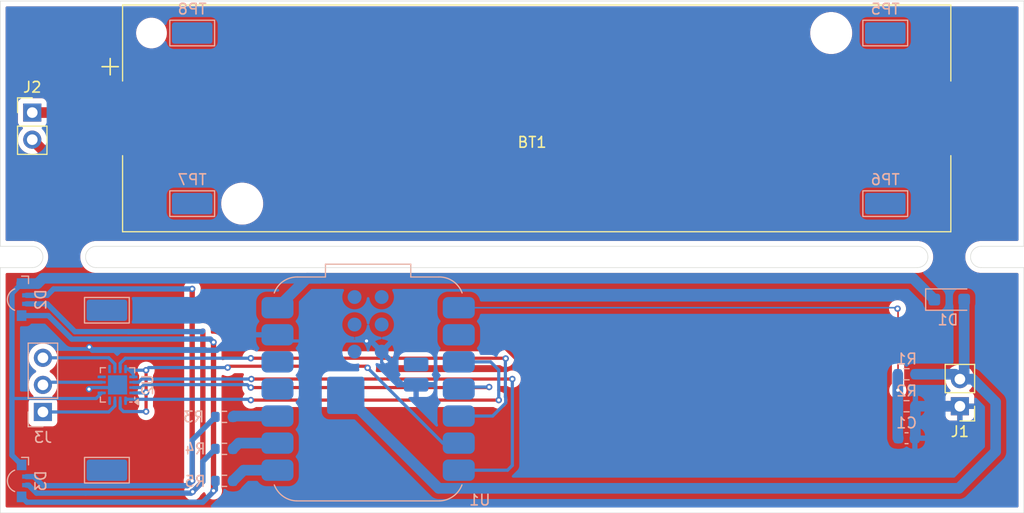
<source format=kicad_pcb>
(kicad_pcb (version 20241229) (generator "pcbnew") (generator_version "9.0")
  (layers (0 "F.Cu" signal) (2 "B.Cu" signal) (13 "F.Paste" user) (15 "B.Paste" user) (5 "F.SilkS" user "F.Silkscreen") (7 "B.SilkS" user "B.Silkscreen") (1 "F.Mask" user) (3 "B.Mask" user) (25 "Edge.Cuts" user))
  (net 0 "")
  (net 1 "/GND")
  (net 3 "/V_bat")
  (net 4 "/V_bat_meas")
  (net 5 "Net-(D2-RK)")
  (net 6 "Net-(U1-GPIO20_D9_MISO)")
  (net 7 "Net-(U1-GPIO19_D8_SCK)")
  (net 8 "Net-(D2-GK)")
  (net 9 "Net-(U1-GPIO17_D7_RX)")
  (net 10 "Net-(D2-BK)")
  (net 12 "Net-(U1-GPIO22_D4_SDA)")
  (net 13 "Net-(U1-GPIO16_D6_TX)")
  (net 14 "Net-(U1-GPIO23_D5_SCL)")
  (net 16 "Net-(U1-GPIO21_D3)")
  (net 18 "Net-(U1-GPIO2_A2_D2)")
  (net 21 "Net-(J3-Pin_3)")
  (net 22 "Net-(J3-Pin_2)")
  (net 24 "Net-(J3-Pin_1)")
  (net 26 "Net-(BT1--)")
  (net 27 "Net-(BT1-+)")
  (net 31 "Net-(D1-K)")
  (footprint "Battery:BatteryHolder_Keystone_1042_1x18650" (layer "F.Cu") (at 110.31 81)
    (property "Reference" "BT1" (at -0.435 2.25 0) (layer "F.SilkS"))
    (property "Value" "Battery_Cell" (hide yes))
    (fp_line (start -38.84 -10.635) (end -38.84 -3.5) (stroke (width 0.12)) (layer "F.SilkS"))
    (fp_line (start -38.84 -10.635) (end 38.84 -10.635) (stroke (width 0.12)) (layer "F.SilkS"))
    (fp_line (start -38.84 3.5) (end -38.84 10.635) (stroke (width 0.12)) (layer "F.SilkS"))
    (fp_line (start -38.84 10.635) (end 38.84 10.635) (stroke (width 0.12)) (layer "F.SilkS"))
    (fp_line (start 38.84 -10.635) (end 38.84 -3.5) (stroke (width 0.12)) (layer "F.SilkS"))
    (fp_line (start 38.84 3.5) (end 38.84 10.635) (stroke (width 0.12)) (layer "F.SilkS"))
    (fp_text user "+" (at -40 -5 0) (layer "F.SilkS") (effects (font (size 2 2))))
    (pad "" np_thru_hole circle (at -36.13 -8) (size 2.39 2.39) (drill 2.39) (layers "*.Cu" "*.Mask"))
    (pad "" np_thru_hole circle (at -27.62 8) (size 3.45 3.45) (drill 3.45) (layers "*.Cu" "*.Mask"))
    (pad "" np_thru_hole circle (at 27.62 -8) (size 3.45 3.45) (drill 3.45) (layers "*.Cu" "*.Mask"))
    (pad "1" smd roundrect (at -39.69 0) (size 7.5 6.5) (layers "F.Cu" "F.Mask" "F.Paste") (roundrect_rratio 0.038462) (net 27 "Net-(BT1-+)"))
    (pad "2" smd roundrect (at 39.69 0) (size 7.5 6.5) (layers "F.Cu" "F.Mask" "F.Paste") (roundrect_rratio 0.038462) (net 26 "Net-(BT1--)"))
  )
  (footprint "Connector_PinHeader_2.54mm:PinHeader_1x02_P2.54mm_Vertical" (layer "F.Cu") (at 63 80.46)
    (property "Reference" "J2" (at 0 -2.38 0) (layer "F.SilkS"))
    (property "Value" "Conn_01x02_Pin" (hide yes))
    (fp_line (start -1.38 -1.38) (end 0 -1.38) (stroke (width 0.12)) (layer "F.SilkS"))
    (fp_line (start -1.38 0) (end -1.38 -1.38) (stroke (width 0.12)) (layer "F.SilkS"))
    (fp_line (start -1.38 1.27) (end -1.38 3.92) (stroke (width 0.12)) (layer "F.SilkS"))
    (fp_line (start -1.38 1.27) (end 1.38 1.27) (stroke (width 0.12)) (layer "F.SilkS"))
    (fp_line (start -1.38 3.92) (end 1.38 3.92) (stroke (width 0.12)) (layer "F.SilkS"))
    (fp_line (start 1.38 1.27) (end 1.38 3.92) (stroke (width 0.12)) (layer "F.SilkS"))
    (pad "1" thru_hole rect (at 0 0) (size 1.7 1.7) (drill 1) (layers "*.Cu" "*.Mask") (net 27 "Net-(BT1-+)"))
    (pad "2" thru_hole circle (at 0 2.54) (size 1.7 1.7) (drill 1) (layers "*.Cu" "*.Mask") (net 26 "Net-(BT1--)"))
  )
  (footprint "Connector_PinHeader_2.54mm:PinHeader_1x02_P2.54mm_Vertical" (layer "F.Cu") (at 150 108 180)
    (property "Reference" "J1" (at 0 -2.38 0) (layer "F.SilkS"))
    (property "Value" "Conn_01x02_Pin" (hide yes))
    (fp_line (start 1.38 1.27) (end 1.38 3.92) (stroke (width 0.12)) (layer "F.SilkS"))
    (fp_line (start -1.38 3.92) (end 1.38 3.92) (stroke (width 0.12)) (layer "F.SilkS"))
    (fp_line (start -1.38 1.27) (end 1.38 1.27) (stroke (width 0.12)) (layer "F.SilkS"))
    (fp_line (start -1.38 1.27) (end -1.38 3.92) (stroke (width 0.12)) (layer "F.SilkS"))
    (fp_line (start -1.38 0) (end -1.38 -1.38) (stroke (width 0.12)) (layer "F.SilkS"))
    (fp_line (start -1.38 -1.38) (end 0 -1.38) (stroke (width 0.12)) (layer "F.SilkS"))
    (pad "1" thru_hole rect (at 0 0 180) (size 1.7 1.7) (drill 1) (layers "*.Cu" "*.Mask") (net 1 "/GND"))
    (pad "2" thru_hole circle (at 0 2.54 180) (size 1.7 1.7) (drill 1) (layers "*.Cu" "*.Mask") (net 3 "/V_bat"))
  )
  (footprint "TestPoint:TestPoint_Keystone_5019_Miniature" (layer "B.Cu") (at 70 99 180)
    (property "Reference" "TP4" (hide yes))
    (property "Value" "TestPoint" (hide yes))
    (fp_rect (start -2.1 1.2) (end 2.1 -1.2) (stroke (width 0.12)) (fill no) (layer "B.SilkS"))
    (pad "1" smd roundrect (at 0 0 180) (size 3.8 2) (layers "B.Cu" "B.Mask" "B.Paste") (roundrect_rratio 0.125))
  )
  (footprint "Diode_SMD:D_SOD-123F" (layer "B.Cu") (at 149 98)
    (property "Reference" "D1" (at -0.127 1.905 0) (layer "B.SilkS") (effects (justify mirror)))
    (property "Value" "D")
    (fp_line (start -2.21 -1) (end 1.65 -1) (stroke (width 0.12)) (layer "B.SilkS"))
    (fp_line (start -2.21 1) (end -2.21 -1) (stroke (width 0.12)) (layer "B.SilkS"))
    (fp_line (start -2.21 1) (end 1.65 1) (stroke (width 0.12)) (layer "B.SilkS"))
    (pad "1" smd roundrect (at -1.4 0) (size 1.1 1.1) (layers "B.Cu" "B.Mask" "B.Paste") (roundrect_rratio 0.2272727273) (net 31 "Net-(D1-K)"))
    (pad "2" smd roundrect (at 1.4 0) (size 1.1 1.1) (layers "B.Cu" "B.Mask" "B.Paste") (roundrect_rratio 0.2272727273) (net 3 "/V_bat"))
  )
  (footprint "Resistor_SMD:R_0603_1608Metric" (layer "B.Cu") (at 145 108 180)
    (property "Reference" "R2" (at 0 1.43 0) (layer "B.SilkS") (effects (justify mirror)))
    (property "Value" "47k")
    (fp_line (start -0.237258 0.5225) (end 0.237258 0.5225) (stroke (width 0.12)) (layer "B.SilkS"))
    (fp_line (start -0.237258 -0.5225) (end 0.237258 -0.5225) (stroke (width 0.12)) (layer "B.SilkS"))
    (pad "1" smd roundrect (at -0.825 0 180) (size 0.8 0.95) (layers "B.Cu" "B.Mask" "B.Paste") (net 1 "/GND"))
    (pad "2" smd roundrect (at 0.825 0 180) (size 0.8 0.95) (layers "B.Cu" "B.Mask" "B.Paste") (net 4 "/V_bat_meas"))
  )
  (footprint "TestPoint:TestPoint_Keystone_5019_Miniature" (layer "B.Cu") (at 143 89 180)
    (property "Reference" "TP6" (at 0 2.25 0) (layer "B.SilkS") (effects (justify mirror)))
    (property "Value" "TestPoint" (hide yes))
    (fp_rect (start -2.1 1.2) (end 2.1 -1.2) (stroke (width 0.12)) (fill no) (layer "B.SilkS"))
    (pad "1" smd roundrect (at 0 0 180) (size 3.8 2) (layers "B.Cu" "B.Mask" "B.Paste") (roundrect_rratio 0.125))
  )
  (footprint "Capacitor_SMD:C_0603_1608Metric" (layer "B.Cu") (at 145 111 180)
    (property "Reference" "C1" (at 0 1.43 0) (layer "B.SilkS") (effects (justify mirror)))
    (property "Value" "1u")
    (fp_line (start -0.14058 0.51) (end 0.14058 0.51) (stroke (width 0.12)) (layer "B.SilkS"))
    (fp_line (start -0.14058 -0.51) (end 0.14058 -0.51) (stroke (width 0.12)) (layer "B.SilkS"))
    (pad "1" smd roundrect (at -0.775 0 180) (size 0.9 0.95) (layers "B.Cu" "B.Mask" "B.Paste") (net 1 "/GND"))
    (pad "2" smd roundrect (at 0.775 0 180) (size 0.9 0.95) (layers "B.Cu" "B.Mask" "B.Paste") (net 4 "/V_bat_meas"))
  )
  (footprint "Connector_PinHeader_2.54mm:PinHeader_1x03_P2.54mm_Vertical" (layer "B.Cu") (at 64 108.54)
    (property "Reference" "J3" (at 0 2.38 0) (layer "B.SilkS") (effects (justify mirror)))
    (property "Value" "Conn_01x03_Pin" (hide yes))
    (fp_line (start -1.38 -6.46) (end 1.38 -6.46) (stroke (width 0.12)) (layer "B.SilkS"))
    (fp_line (start -1.38 -1.27) (end -1.38 -6.46) (stroke (width 0.12)) (layer "B.SilkS"))
    (fp_line (start -1.38 -1.27) (end 1.38 -1.27) (stroke (width 0.12)) (layer "B.SilkS"))
    (fp_line (start -1.38 0) (end -1.38 1.38) (stroke (width 0.12)) (layer "B.SilkS"))
    (fp_line (start -1.38 1.38) (end 0 1.38) (stroke (width 0.12)) (layer "B.SilkS"))
    (fp_line (start 1.38 -1.27) (end 1.38 -6.46) (stroke (width 0.12)) (layer "B.SilkS"))
    (pad "1" thru_hole rect (at 0 0) (size 1.7 1.7) (drill 1) (layers "*.Cu" "*.Mask") (net 24 "Net-(J3-Pin_1)"))
    (pad "2" thru_hole circle (at 0 -2.54) (size 1.7 1.7) (drill 1) (layers "*.Cu" "*.Mask") (net 22 "Net-(J3-Pin_2)"))
    (pad "3" thru_hole circle (at 0 -5.08) (size 1.7 1.7) (drill 1) (layers "*.Cu" "*.Mask") (net 21 "Net-(J3-Pin_3)"))
  )
  (footprint "TestPoint:TestPoint_Keystone_5019_Miniature" (layer "B.Cu") (at 143 73 180)
    (property "Reference" "TP5" (at 0 2.25 0) (layer "B.SilkS") (effects (justify mirror)))
    (property "Value" "TestPoint" (hide yes))
    (fp_rect (start -2.1 1.2) (end 2.1 -1.2) (stroke (width 0.12)) (fill no) (layer "B.SilkS"))
    (pad "1" smd roundrect (at 0 0 180) (size 3.8 2) (layers "B.Cu" "B.Mask" "B.Paste") (roundrect_rratio 0.125))
  )
  (footprint "Resistor_SMD:R_0603_1608Metric" (layer "B.Cu") (at 81 115 180)
    (property "Reference" "R5" (at 2.725 -0.05 0) (layer "B.SilkS") (effects (justify mirror)))
    (property "Value" "100")
    (fp_line (start -0.237258 0.5225) (end 0.237258 0.5225) (stroke (width 0.12)) (layer "B.SilkS"))
    (fp_line (start -0.237258 -0.5225) (end 0.237258 -0.5225) (stroke (width 0.12)) (layer "B.SilkS"))
    (pad "1" smd roundrect (at -0.825 0 180) (size 0.8 0.95) (layers "B.Cu" "B.Mask" "B.Paste") (net 9 "Net-(U1-GPIO17_D7_RX)"))
    (pad "2" smd roundrect (at 0.825 0 180) (size 0.8 0.95) (layers "B.Cu" "B.Mask" "B.Paste") (net 10 "Net-(D2-BK)"))
  )
  (footprint "Resistor_SMD:R_0603_1608Metric" (layer "B.Cu") (at 81 109 180)
    (property "Reference" "R3" (at 2.85 0 0) (layer "B.SilkS") (effects (justify mirror)))
    (property "Value" "100")
    (fp_line (start -0.237258 0.5225) (end 0.237258 0.5225) (stroke (width 0.12)) (layer "B.SilkS"))
    (fp_line (start -0.237258 -0.5225) (end 0.237258 -0.5225) (stroke (width 0.12)) (layer "B.SilkS"))
    (pad "1" smd roundrect (at -0.825 0 180) (size 0.8 0.95) (layers "B.Cu" "B.Mask" "B.Paste") (net 6 "Net-(U1-GPIO20_D9_MISO)"))
    (pad "2" smd roundrect (at 0.825 0 180) (size 0.8 0.95) (layers "B.Cu" "B.Mask" "B.Paste") (net 5 "Net-(D2-RK)"))
  )
  (footprint "Resistor_SMD:R_0603_1608Metric" (layer "B.Cu") (at 81 112 180)
    (property "Reference" "R4" (at 2.725 0 0) (layer "B.SilkS") (effects (justify mirror)))
    (property "Value" "100")
    (fp_line (start -0.237258 0.5225) (end 0.237258 0.5225) (stroke (width 0.12)) (layer "B.SilkS"))
    (fp_line (start -0.237258 -0.5225) (end 0.237258 -0.5225) (stroke (width 0.12)) (layer "B.SilkS"))
    (pad "1" smd roundrect (at -0.825 0 180) (size 0.8 0.95) (layers "B.Cu" "B.Mask" "B.Paste") (net 7 "Net-(U1-GPIO19_D8_SCK)"))
    (pad "2" smd roundrect (at 0.825 0 180) (size 0.8 0.95) (layers "B.Cu" "B.Mask" "B.Paste") (net 8 "Net-(D2-GK)"))
  )
  (footprint "TestPoint:TestPoint_Keystone_5019_Miniature" (layer "B.Cu") (at 78 89 180)
    (property "Reference" "TP7" (at 0 2.25 0) (layer "B.SilkS") (effects (justify mirror)))
    (property "Value" "TestPoint" (hide yes))
    (fp_rect (start -2.1 1.2) (end 2.1 -1.2) (stroke (width 0.12)) (fill no) (layer "B.SilkS"))
    (pad "1" smd roundrect (at 0 0 180) (size 3.8 2) (layers "B.Cu" "B.Mask" "B.Paste") (roundrect_rratio 0.125))
  )
  (footprint "TestPoint:TestPoint_Keystone_5019_Miniature" (layer "B.Cu") (at 78 73 180)
    (property "Reference" "TP8" (at 0 2.25 0) (layer "B.SilkS") (effects (justify mirror)))
    (property "Value" "TestPoint" (hide yes))
    (fp_rect (start -2.1 1.2) (end 2.1 -1.2) (stroke (width 0.12)) (fill no) (layer "B.SilkS"))
    (pad "1" smd roundrect (at 0 0 180) (size 3.8 2) (layers "B.Cu" "B.Mask" "B.Paste") (roundrect_rratio 0.125))
  )
  (footprint "LED_SMD:LED_Kingbright_APFA3010_3x1.5mm_Horizontal" (layer "B.Cu") (at 62 98 -90)
    (property "Reference" "D2" (at 0 -1.8 90) (layer "B.SilkS") (effects (justify mirror)))
    (property "Value" "LED_ABGR" (hide yes))
    (fp_line (start -2.2 0) (end -2.2 -0.65) (stroke (width 0.12)) (layer "B.SilkS"))
    (fp_line (start -2.2 -0.65) (end -1.5 -0.65) (stroke (width 0.12)) (layer "B.SilkS"))
    (fp_arc (start 1 0.65) (mid 0 1.327033) (end -1 0.65) (stroke (width 0.12)) (layer "B.SilkS"))
    (pad "1" smd rect (at -1.5 0 270) (size 1 0.9) (layers "B.Cu" "B.Mask" "B.Paste") (net 31 "Net-(D1-K)"))
    (pad "2" smd rect (at 1.5 0 270) (size 1 0.9) (layers "B.Cu" "B.Mask" "B.Paste") (net 10 "Net-(D2-BK)"))
    (pad "3" smd rect (at 0.4 -0.45 270) (size 0.4 0.8) (layers "B.Cu" "B.Mask" "B.Paste") (net 8 "Net-(D2-GK)"))
    (pad "4" smd rect (at -0.4 -0.45 270) (size 0.4 0.8) (layers "B.Cu" "B.Mask" "B.Paste") (net 5 "Net-(D2-RK)"))
  )
  (footprint "RF_Module:MCU_Seeed_ESP32C3" (layer "B.Cu") (at 94.5 106.38 180)
    (property "Reference" "U1" (at -10.475 -10.42 0) (layer "B.SilkS") (effects (justify mirror)))
    (property "Value" "XIAO-ESP32-S3-SMD" (hide yes))
    (fp_line (start 6.6 10.5) (end 4 10.5) (stroke (width 0.12)) (layer "B.SilkS"))
    (fp_line (start 4 11.7) (end 4 10.5) (stroke (width 0.12)) (layer "B.SilkS"))
    (fp_line (start -4 11.7) (end 4 11.7) (stroke (width 0.12)) (layer "B.SilkS"))
    (fp_line (start -4 10.5) (end -4 11.7) (stroke (width 0.12)) (layer "B.SilkS"))
    (fp_line (start -4 10.5) (end -6.6 10.5) (stroke (width 0.12)) (layer "B.SilkS"))
    (fp_line (start -6.7 -10.5) (end 6.7 -10.5) (stroke (width 0.12)) (layer "B.SilkS"))
    (fp_arc (start 8.804034 9.001464) (mid 7.944325 10.107118) (end 6.6 10.499999) (stroke (width 0.12)) (layer "B.SilkS"))
    (fp_arc (start 6.7 -10.5) (mid 7.977231 -10.068123) (end 8.8 -9) (stroke (width 0.12)) (layer "B.SilkS"))
    (fp_arc (start -6.600468 10.499999) (mid -7.949609 10.111769) (end -8.812892 9.00468) (stroke (width 0.12)) (layer "B.SilkS"))
    (fp_arc (start -8.8 -9) (mid -7.977232 -10.068125) (end -6.7 -10.5) (stroke (width 0.12)) (layer "B.SilkS"))
    (pad "1" smd roundrect (at -8.5 7.62 180) (size 3 2) (layers "B.Cu" "B.Mask" "B.Paste") (net 4 "/V_bat_meas"))
    (pad "2" smd roundrect (at -8.5 5.08 180) (size 3 2) (layers "B.Cu" "B.Mask" "B.Paste"))
    (pad "3" smd roundrect (at -8.5 2.54 180) (size 3 2) (layers "B.Cu" "B.Mask" "B.Paste") (net 18 "Net-(U1-GPIO2_A2_D2)"))
    (pad "4" smd roundrect (at -8.5 0 180) (size 3 2) (layers "B.Cu" "B.Mask" "B.Paste") (net 16 "Net-(U1-GPIO21_D3)"))
    (pad "5" smd roundrect (at -8.5 -2.54 180) (size 3 2) (layers "B.Cu" "B.Mask" "B.Paste") (net 12 "Net-(U1-GPIO22_D4_SDA)"))
    (pad "6" smd roundrect (at -8.5 -5.08 180) (size 3 2) (layers "B.Cu" "B.Mask" "B.Paste") (net 14 "Net-(U1-GPIO23_D5_SCL)"))
    (pad "7" smd roundrect (at -8.5 -7.62 180) (size 3 2) (layers "B.Cu" "B.Mask" "B.Paste") (net 13 "Net-(U1-GPIO16_D6_TX)"))
    (pad "8" smd roundrect (at 8.5 -7.62 180) (size 3 2) (layers "B.Cu" "B.Mask" "B.Paste") (net 9 "Net-(U1-GPIO17_D7_RX)"))
    (pad "9" smd roundrect (at 8.5 -5.08 180) (size 3 2) (layers "B.Cu" "B.Mask" "B.Paste") (net 7 "Net-(U1-GPIO19_D8_SCK)"))
    (pad "10" smd roundrect (at 8.5 -2.54 180) (size 3 2) (layers "B.Cu" "B.Mask" "B.Paste") (net 6 "Net-(U1-GPIO20_D9_MISO)"))
    (pad "11" smd roundrect (at 8.5 0 180) (size 3 2) (layers "B.Cu" "B.Mask" "B.Paste"))
    (pad "12" smd roundrect (at 8.5 2.54 180) (size 3 2) (layers "B.Cu" "B.Mask" "B.Paste"))
    (pad "13" smd roundrect (at 8.5 5.08 180) (size 3 2) (layers "B.Cu" "B.Mask" "B.Paste") (net 1 "/GND"))
    (pad "14" smd roundrect (at 8.5 7.62 180) (size 3 2) (layers "B.Cu" "B.Mask" "B.Paste") (net 31 "Net-(D1-K)"))
    (pad "15" smd roundrect (at 2.1 -0.6 180) (size 3.5 3.5) (property pad_prop_heatsink) (layers "B.Cu" "B.Mask") (roundrect_rratio 0.07142857143) (net 3 "/V_bat"))
    (pad "16" smd roundrect (at -4.5 0.4 180) (size 2.3 1.3) (layers "B.Cu" "B.Mask" "B.Paste") (roundrect_rratio 0.1923076923) (net 1 "/GND"))
    (pad "17" smd roundrect (at -4.5 2.3 180) (size 2.3 1.3) (layers "B.Cu" "B.Mask" "B.Paste") (roundrect_rratio 0.1923076923))
    (pad "18" smd circle (at -1.27 8.62 180) (size 1.3 1.3) (layers "B.Cu" "B.Mask" "B.Paste"))
    (pad "19" smd circle (at -1.27 6.04 180) (size 1.3 1.3) (layers "B.Cu" "B.Mask" "B.Paste"))
    (pad "20" smd circle (at -1.27 3.5 180) (size 1.3 1.3) (layers "B.Cu" "B.Mask" "B.Paste") (net 1 "/GND"))
    (pad "21" smd circle (at 1.27 3.5 180) (size 1.3 1.3) (layers "B.Cu" "B.Mask" "B.Paste"))
    (pad "22" smd circle (at 1.27 6.04 180) (size 1.3 1.3) (layers "B.Cu" "B.Mask" "B.Paste"))
    (pad "23" smd circle (at 1.27 8.62 180) (size 1.3 1.3) (layers "B.Cu" "B.Mask" "B.Paste"))
  )
  (footprint "TestPoint:TestPoint_Keystone_5019_Miniature" (layer "B.Cu") (at 70 114 180)
    (property "Reference" "TP3" (hide yes))
    (property "Value" "TestPoint" (hide yes))
    (fp_rect (start -2.1 1.2) (end 2.1 -1.2) (stroke (width 0.12)) (fill no) (layer "B.SilkS"))
    (pad "1" smd roundrect (at 0 0 180) (size 3.8 2) (layers "B.Cu" "B.Mask" "B.Paste") (roundrect_rratio 0.125))
  )
  (footprint "Resistor_SMD:R_0603_1608Metric" (layer "B.Cu") (at 145 105 180)
    (property "Reference" "R1" (at 0 1.43 0) (layer "B.SilkS") (effects (justify mirror)))
    (property "Value" "220k")
    (fp_line (start -0.237258 0.5225) (end 0.237258 0.5225) (stroke (width 0.12)) (layer "B.SilkS"))
    (fp_line (start -0.237258 -0.5225) (end 0.237258 -0.5225) (stroke (width 0.12)) (layer "B.SilkS"))
    (pad "1" smd roundrect (at -0.825 0 180) (size 0.8 0.95) (layers "B.Cu" "B.Mask" "B.Paste") (net 3 "/V_bat"))
    (pad "2" smd roundrect (at 0.825 0 180) (size 0.8 0.95) (layers "B.Cu" "B.Mask" "B.Paste") (net 4 "/V_bat_meas"))
  )
  (footprint "Package_DFN_QFN:VQFN-16-1EP_3x3mm_P0.5mm_EP1.8x1.8mm" (layer "B.Cu") (at 71 106 90)
    (property "Reference" "U2" (at 0 2.83 90) (layer "B.SilkS") (effects (justify mirror)))
    (property "Value" "STSPIN233" (hide yes))
    (fp_line (start 1.61 -1.61) (end 1.61 -1.135) (stroke (width 0.12)) (layer "B.SilkS"))
    (fp_line (start 1.135 -1.61) (end 1.61 -1.61) (stroke (width 0.12)) (layer "B.SilkS"))
    (fp_line (start -1.135 -1.61) (end -1.61 -1.61) (stroke (width 0.12)) (layer "B.SilkS"))
    (fp_line (start -1.61 -1.61) (end -1.61 -1.135) (stroke (width 0.12)) (layer "B.SilkS"))
    (fp_line (start -1.61 1.135) (end -1.61 1.37) (stroke (width 0.12)) (layer "B.SilkS"))
    (fp_line (start 1.61 1.61) (end 1.61 1.135) (stroke (width 0.12)) (layer "B.SilkS"))
    (fp_line (start 1.135 1.61) (end 1.61 1.61) (stroke (width 0.12)) (layer "B.SilkS"))
    (fp_line (start -1.135 1.61) (end -1.31 1.61) (stroke (width 0.12)) (layer "B.SilkS"))
    (fp_poly (pts (xy -1.61 1.61) (xy -1.85 1.94) (xy -1.37 1.94)) (stroke (width 0.12)) (fill yes) (layer "B.SilkS"))
    (pad "1" smd roundrect (at -1.4875 0.75 90) (size 0.775 0.25) (layers "B.Cu" "B.Mask" "B.Paste") (net 18 "Net-(U1-GPIO2_A2_D2)"))
    (pad "2" smd roundrect (at -1.4875 0.25 90) (size 0.775 0.25) (layers "B.Cu" "B.Mask" "B.Paste") (net 14 "Net-(U1-GPIO23_D5_SCL)"))
    (pad "3" smd roundrect (at -1.4875 -0.25 90) (size 0.775 0.25) (layers "B.Cu" "B.Mask" "B.Paste") (net 24 "Net-(J3-Pin_1)"))
    (pad "4" smd roundrect (at -1.4875 -0.75 90) (size 0.775 0.25) (layers "B.Cu" "B.Mask" "B.Paste"))
    (pad "5" smd roundrect (at -0.75 -1.4875 90) (size 0.25 0.775) (layers "B.Cu" "B.Mask" "B.Paste") (net 31 "Net-(D1-K)"))
    (pad "6" smd roundrect (at -0.25 -1.4875 90) (size 0.25 0.775) (layers "B.Cu" "B.Mask" "B.Paste") (net 1 "/GND"))
    (pad "7" smd roundrect (at 0.25 -1.4875 90) (size 0.25 0.775) (layers "B.Cu" "B.Mask" "B.Paste") (net 22 "Net-(J3-Pin_2)"))
    (pad "8" smd roundrect (at 0.75 -1.4875 90) (size 0.25 0.775) (layers "B.Cu" "B.Mask" "B.Paste"))
    (pad "9" smd roundrect (at 1.4875 -0.75 90) (size 0.775 0.25) (layers "B.Cu" "B.Mask" "B.Paste"))
    (pad "10" smd roundrect (at 1.4875 -0.25 90) (size 0.775 0.25) (layers "B.Cu" "B.Mask" "B.Paste") (net 21 "Net-(J3-Pin_3)"))
    (pad "11" smd roundrect (at 1.4875 0.25 90) (size 0.775 0.25) (layers "B.Cu" "B.Mask" "B.Paste") (net 12 "Net-(U1-GPIO22_D4_SDA)"))
    (pad "12" smd roundrect (at 1.4875 0.75 90) (size 0.775 0.25) (layers "B.Cu" "B.Mask" "B.Paste") (net 14 "Net-(U1-GPIO23_D5_SCL)"))
    (pad "13" smd roundrect (at 0.75 1.4875 90) (size 0.25 0.775) (layers "B.Cu" "B.Mask" "B.Paste") (net 14 "Net-(U1-GPIO23_D5_SCL)"))
    (pad "14" smd roundrect (at 0.25 1.4875 90) (size 0.25 0.775) (layers "B.Cu" "B.Mask" "B.Paste") (net 13 "Net-(U1-GPIO16_D6_TX)"))
    (pad "15" smd roundrect (at -0.25 1.4875 90) (size 0.25 0.775) (layers "B.Cu" "B.Mask" "B.Paste") (net 16 "Net-(U1-GPIO21_D3)"))
    (pad "16" smd roundrect (at -0.75 1.4875 90) (size 0.25 0.775) (layers "B.Cu" "B.Mask" "B.Paste") (net 14 "Net-(U1-GPIO23_D5_SCL)"))
    (pad "17" smd rect (at 0 0 90) (size 1.8 1.8) (property pad_prop_heatsink) (layers "B.Cu" "B.Mask") (net 1 "/GND"))
  )
  (footprint "LED_SMD:LED_Kingbright_APFA3010_3x1.5mm_Horizontal" (layer "B.Cu") (at 62 115 -90)
    (property "Reference" "D3" (at 0 -1.8 90) (layer "B.SilkS") (effects (justify mirror)))
    (property "Value" "LED_ABGR" (hide yes))
    (fp_line (start -2.2 0) (end -2.2 -0.65) (stroke (width 0.12)) (layer "B.SilkS"))
    (fp_line (start -2.2 -0.65) (end -1.5 -0.65) (stroke (width 0.12)) (layer "B.SilkS"))
    (fp_arc (start 1 0.65) (mid 0 1.327033) (end -1 0.65) (stroke (width 0.12)) (layer "B.SilkS"))
    (pad "1" smd rect (at -1.5 0 270) (size 1 0.9) (layers "B.Cu" "B.Mask" "B.Paste") (net 31 "Net-(D1-K)"))
    (pad "2" smd rect (at 1.5 0 270) (size 1 0.9) (layers "B.Cu" "B.Mask" "B.Paste") (net 10 "Net-(D2-BK)"))
    (pad "3" smd rect (at 0.4 -0.45 270) (size 0.4 0.8) (layers "B.Cu" "B.Mask" "B.Paste") (net 8 "Net-(D2-GK)"))
    (pad "4" smd rect (at -0.4 -0.45 270) (size 0.4 0.8) (layers "B.Cu" "B.Mask" "B.Paste") (net 5 "Net-(D2-RK)"))
  )
  (gr_line (start 156 70) (end 156 93) (stroke (width 0.05)) (layer "Edge.Cuts"))
  (gr_line (start 60 118) (end 60 95) (stroke (width 0.05)) (layer "Edge.Cuts"))
  (gr_line (start 69 93) (end 146 93) (stroke (width 0.05)) (layer "Edge.Cuts"))
  (gr_arc (start 69 95) (mid 68 94) (end 69 93) (stroke (width 0.05)) (layer "Edge.Cuts"))
  (gr_line (start 63 95) (end 60 95) (stroke (width 0.05)) (layer "Edge.Cuts"))
  (gr_line (start 60 70) (end 60 93) (stroke (width 0.05)) (layer "Edge.Cuts"))
  (gr_line (start 156 95) (end 156 118) (stroke (width 0.05)) (layer "Edge.Cuts"))
  (gr_arc (start 152 95) (mid 151 94) (end 152 93) (stroke (width 0.05)) (layer "Edge.Cuts"))
  (gr_line (start 146 95) (end 69 95) (stroke (width 0.05)) (layer "Edge.Cuts"))
  (gr_arc (start 63 93) (mid 64 94) (end 63 95) (stroke (width 0.05)) (layer "Edge.Cuts"))
  (gr_line (start 156 93) (end 152 93) (stroke (width 0.05)) (layer "Edge.Cuts"))
  (gr_line (start 156 95) (end 152 95) (stroke (width 0.05)) (layer "Edge.Cuts"))
  (gr_line (start 156 70) (end 60 70) (stroke (width 0.05)) (layer "Edge.Cuts"))
  (gr_line (start 156 118) (end 60 118) (stroke (width 0.05)) (layer "Edge.Cuts"))
  (gr_arc (start 146 93) (mid 147 94) (end 146 95) (stroke (width 0.05)) (layer "Edge.Cuts"))
  (gr_line (start 60 93) (end 63 93) (stroke (width 0.05)) (layer "Edge.Cuts"))
  (segment (start 68.325 106.4) (end 68.325 102.476) (width 0.5) (layer "F.Cu") (net 1))
  (segment (start 113.290628 108) (end 107.169628 101.879) (width 1) (layer "F.Cu") (net 1))
  (segment (start 150 108) (end 113.290628 108) (width 1) (layer "F.Cu") (net 1))
  (segment (start 68.325 102.476) (end 68.35 102.451) (width 0.5) (layer "F.Cu") (net 1))
  (segment (start 107.169628 101.879) (end 94.35 101.879) (width 1) (layer "F.Cu") (net 1))
  (via (at 68.35 102.451) (size 0.6) (drill 0.3) (layers "F.Cu" "B.Cu") (net 1))
  (via (at 68.325 106.4) (size 0.6) (drill 0.3) (layers "F.Cu" "B.Cu") (net 1))
  (via (at 94.35 101.879) (size 0.6) (drill 0.3) (layers "F.Cu" "B.Cu") (net 1))
  (segment (start 145.825 108) (end 145.825 110.95) (width 1) (layer "B.Cu") (net 1))
  (segment (start 145.825 108) (end 150 108) (width 1) (layer "B.Cu") (net 1))
  (segment (start 94.769 101.879) (end 95.77 102.88) (width 0.3) (layer "B.Cu") (net 1))
  (segment (start 80.311075 102.751) (end 81.762075 101.3) (width 0.5) (layer "B.Cu") (net 1))
  (segment (start 81.762075 101.3) (end 86 101.3) (width 0.5) (layer "B.Cu") (net 1))
  (segment (start 95.77 103.9) (end 95.77 102.88) (width 0.3) (layer "B.Cu") (net 1))
  (segment (start 97.85 105.98) (end 95.77 103.9) (width 0.3) (layer "B.Cu") (net 1))
  (segment (start 94.35 101.879) (end 94.769 101.879) (width 0.3) (layer "B.Cu") (net 1))
  (segment (start 68.35 102.451) (end 68.65 102.751) (width 0.5) (layer "B.Cu") (net 1))
  (segment (start 99 105.98) (end 97.85 105.98) (width 0.3) (layer "B.Cu") (net 1))
  (segment (start 69.5125 106.25) (end 68.475 106.25) (width 0.3) (layer "B.Cu") (net 1))
  (segment (start 68.475 106.25) (end 68.325 106.4) (width 0.3) (layer "B.Cu") (net 1))
  (segment (start 69.5125 106.25) (end 70.75 106.25) (width 0.3) (layer "B.Cu") (net 1))
  (segment (start 145.825 110.95) (end 145.775 111) (width 1) (layer "B.Cu") (net 1))
  (segment (start 86.579 101.879) (end 94.35 101.879) (width 0.3) (layer "B.Cu") (net 1))
  (segment (start 68.65 102.751) (end 80.311075 102.751) (width 0.5) (layer "B.Cu") (net 1))
  (segment (start 86 101.3) (end 86.579 101.879) (width 0.3) (layer "B.Cu") (net 1))
  (segment (start 70.75 106.25) (end 71 106) (width 0.3) (layer "B.Cu") (net 1))
  (segment (start 150.4 105.06) (end 150 105.46) (width 1) (layer "B.Cu") (net 3))
  (segment (start 153.35 112.25) (end 153.35 107.607919) (width 1) (layer "B.Cu") (net 3))
  (segment (start 149.899 115.701) (end 153.35 112.25) (width 1) (layer "B.Cu") (net 3))
  (segment (start 149.54 105) (end 150 105.46) (width 1) (layer "B.Cu") (net 3))
  (segment (start 151.202081 105.46) (end 150 105.46) (width 1) (layer "B.Cu") (net 3))
  (segment (start 150.4 98) (end 150.4 105.06) (width 1) (layer "B.Cu") (net 3))
  (segment (start 101.121 115.701) (end 149.899 115.701) (width 1) (layer "B.Cu") (net 3))
  (segment (start 145.825 105) (end 149.54 105) (width 1) (layer "B.Cu") (net 3))
  (segment (start 153.35 107.607919) (end 151.202081 105.46) (width 1) (layer "B.Cu") (net 3))
  (segment (start 92.4 106.98) (end 101.121 115.701) (width 1) (layer "B.Cu") (net 3))
  (segment (start 144.15 98.85) (end 144.2 98.9) (width 0.15) (layer "F.Cu") (net 4))
  (segment (start 144.2 106.475) (end 144.175 106.5) (width 0.15) (layer "F.Cu") (net 4))
  (segment (start 144.2 98.9) (end 144.2 106.475) (width 0.15) (layer "F.Cu") (net 4))
  (via (at 144.175 106.5) (size 0.6) (drill 0.3) (layers "F.Cu" "B.Cu") (net 4))
  (via (at 144.15 98.85) (size 0.6) (drill 0.3) (layers "F.Cu" "B.Cu") (net 4))
  (segment (start 144.06 98.76) (end 144.15 98.85) (width 0.15) (layer "B.Cu") (net 4))
  (segment (start 144.175 105) (end 144.175 106.5) (width 1) (layer "B.Cu") (net 4))
  (segment (start 144.175 110.95) (end 144.225 111) (width 1) (layer "B.Cu") (net 4))
  (segment (start 144.175 108) (end 144.175 110.95) (width 1) (layer "B.Cu") (net 4))
  (segment (start 103 98.76) (end 144.06 98.76) (width 0.15) (layer "B.Cu") (net 4))
  (segment (start 144.175 106.5) (end 144.175 108) (width 1) (layer "B.Cu") (net 4))
  (segment (start 78 97) (end 78 115) (width 0.5) (layer "F.Cu") (net 5))
  (via (at 78 97) (size 0.6) (drill 0.3) (layers "F.Cu" "B.Cu") (net 5))
  (via (at 78 115) (size 0.6) (drill 0.3) (layers "F.Cu" "B.Cu") (net 5))
  (segment (start 78 111.175) (end 78 115) (width 0.5) (layer "B.Cu") (net 5))
  (segment (start 64.4 97.6) (end 65 97) (width 0.5) (layer "B.Cu") (net 5))
  (segment (start 77.549 115.451) (end 64.003 115.451) (width 0.5) (layer "B.Cu") (net 5))
  (segment (start 62.45 97.6) (end 64.4 97.6) (width 0.5) (layer "B.Cu") (net 5))
  (segment (start 65 97) (end 78 97) (width 0.5) (layer "B.Cu") (net 5))
  (segment (start 63.152 114.6) (end 62.45 114.6) (width 0.5) (layer "B.Cu") (net 5))
  (segment (start 78 115) (end 77.549 115.451) (width 0.5) (layer "B.Cu") (net 5))
  (segment (start 80.175 109) (end 78 111.175) (width 0.5) (layer "B.Cu") (net 5))
  (segment (start 64.003 115.451) (end 63.152 114.6) (width 0.5) (layer "B.Cu") (net 5))
  (segment (start 81.905 108.92) (end 81.825 109) (width 1) (layer "B.Cu") (net 6))
  (segment (start 86 108.92) (end 81.905 108.92) (width 1) (layer "B.Cu") (net 6))
  (segment (start 86 111.46) (end 82.365 111.46) (width 1) (layer "B.Cu") (net 7))
  (segment (start 82.365 111.46) (end 81.825 112) (width 1) (layer "B.Cu") (net 7))
  (segment (start 78.025078 116.030527) (end 78.031548 116.030527) (width 0.5) (layer "F.Cu") (net 8))
  (segment (start 78.043537 116.018537) (end 79 115.062075) (width 0.5) (layer "F.Cu") (net 8))
  (segment (start 79 100.951) (end 79 115.062075) (width 0.5) (layer "F.Cu") (net 8))
  (segment (start 78.031548 116.030527) (end 78.043537 116.018537) (width 0.5) (layer "F.Cu") (net 8))
  (via (at 78.043537 116.018537) (size 0.6) (drill 0.3) (layers "F.Cu" "B.Cu") (net 8))
  (segment (start 80.175 112) (end 79 113.175) (width 0.5) (layer "B.Cu") (net 8))
  (segment (start 73 101) (end 72 101) (width 0.5) (layer "B.Cu") (net 8))
  (segment (start 79 115.062075) (end 78.031548 116.030527) (width 0.5) (layer "B.Cu") (net 8))
  (segment (start 77.903605 116.152) (end 78.025078 116.030527) (width 0.5) (layer "B.Cu") (net 8))
  (segment (start 79 113.175) (end 79 115.062075) (width 0.5) (layer "B.Cu") (net 8))
  (segment (start 78.951 101) (end 79 100.951) (width 0.5) (layer "B.Cu") (net 8))
  (segment (start 67 101) (end 64.4 98.4) (width 0.5) (layer "B.Cu") (net 8))
  (segment (start 63.402 116.152) (end 68 116.152) (width 0.5) (layer "B.Cu") (net 8))
  (segment (start 62.65 115.4) (end 63.402 116.152) (width 0.5) (layer "B.Cu") (net 8))
  (segment (start 72 101) (end 67 101) (width 0.5) (layer "B.Cu") (net 8))
  (segment (start 78.031548 116.030527) (end 78.025078 116.030527) (width 0.5) (layer "B.Cu") (net 8))
  (segment (start 72 101) (end 78.951 101) (width 0.5) (layer "B.Cu") (net 8))
  (segment (start 62.45 115.4) (end 62.65 115.4) (width 0.5) (layer "B.Cu") (net 8))
  (segment (start 68 116.152) (end 77.903605 116.152) (width 0.5) (layer "B.Cu") (net 8))
  (segment (start 64.4 98.4) (end 62.45 98.4) (width 0.5) (layer "B.Cu") (net 8))
  (segment (start 86 114) (end 82.825 114) (width 1) (layer "B.Cu") (net 9))
  (segment (start 82.825 114) (end 81.825 115) (width 1) (layer "B.Cu") (net 9))
  (segment (start 80 102) (end 80 115.925) (width 0.5) (layer "F.Cu") (net 10))
  (segment (start 80 115.925) (end 80 116) (width 0.5) (layer "F.Cu") (net 10))
  (via (at 80 102) (size 0.6) (drill 0.3) (layers "F.Cu" "B.Cu") (net 10))
  (via (at 80 115.925) (size 0.6) (drill 0.3) (layers "F.Cu" "B.Cu") (net 10))
  (segment (start 80.175 115) (end 80.175 115.825) (width 0.5) (layer "B.Cu") (net 10))
  (segment (start 70 101.701) (end 79.701 101.701) (width 0.5) (layer "B.Cu") (net 10))
  (segment (start 79.701 101.701) (end 80 102) (width 0.5) (layer "B.Cu") (net 10))
  (segment (start 65.504318 100.495682) (end 66.709636 101.701) (width 0.5) (layer "B.Cu") (net 10))
  (segment (start 79 117) (end 62.5 117) (width 0.5) (layer "B.Cu") (net 10))
  (segment (start 62.5 117) (end 62 116.5) (width 0.5) (layer "B.Cu") (net 10))
  (segment (start 62 99.5) (end 64.508636 99.5) (width 0.5) (layer "B.Cu") (net 10))
  (segment (start 66.709636 101.701) (end 70 101.701) (width 0.5) (layer "B.Cu") (net 10))
  (segment (start 80.175 115.825) (end 80 116) (width 0.5) (layer "B.Cu") (net 10))
  (segment (start 64.508636 99.5) (end 65.504318 100.495682) (width 0.5) (layer "B.Cu") (net 10))
  (segment (start 80 116) (end 79 117) (width 0.5) (layer "B.Cu") (net 10))
  (segment (start 107.375 103.5) (end 107.4 103.525) (width 0.3) (layer "F.Cu") (net 12))
  (segment (start 83.5 103.5) (end 107.375 103.5) (width 0.3) (layer "F.Cu") (net 12))
  (via (at 107.4 103.525) (size 0.6) (drill 0.3) (layers "F.Cu" "B.Cu") (net 12))
  (via (at 83.5 103.5) (size 0.6) (drill 0.3) (layers "F.Cu" "B.Cu") (net 12))
  (segment (start 107.374 107.128346) (end 107.401 107.155346) (width 0.3) (layer "B.Cu") (net 12))
  (segment (start 71.725 103.5) (end 83.5 103.5) (width 0.3) (layer "B.Cu") (net 12))
  (segment (start 107.4 103.525) (end 107.374 103.551) (width 0.3) (layer "B.Cu") (net 12))
  (segment (start 107.401 107.694654) (end 106.175654 108.92) (width 0.3) (layer "B.Cu") (net 12))
  (segment (start 71.25 104.5125) (end 71.25 103.975) (width 0.3) (layer "B.Cu") (net 12))
  (segment (start 107.401 107.155346) (end 107.401 107.694654) (width 0.3) (layer "B.Cu") (net 12))
  (segment (start 106.175654 108.92) (end 103 108.92) (width 0.3) (layer "B.Cu") (net 12))
  (segment (start 71.25 103.975) (end 71.725 103.5) (width 0.3) (layer "B.Cu") (net 12))
  (segment (start 107.374 103.551) (end 107.374 107.128346) (width 0.3) (layer "B.Cu") (net 12))
  (segment (start 83.55 105.450414) (end 108.024586 105.450414) (width 0.3) (layer "F.Cu") (net 13))
  (segment (start 108.024586 105.450414) (end 108.025 105.45) (width 0.3) (layer "F.Cu") (net 13))
  (segment (start 83.524207 105.450414) (end 83.55 105.450414) (width 0.3) (layer "F.Cu") (net 13))
  (via (at 83.55 105.450414) (size 0.6) (drill 0.3) (layers "F.Cu" "B.Cu") (net 13))
  (via (at 108.025 105.45) (size 0.6) (drill 0.3) (layers "F.Cu" "B.Cu") (net 13))
  (segment (start 72.4875 105.75) (end 72.96151 105.75) (width 0.3) (layer "B.Cu") (net 13))
  (segment (start 108.025 113.55) (end 107.575 114) (width 0.3) (layer "B.Cu") (net 13))
  (segment (start 73.261096 105.450414) (end 83.524207 105.450414) (width 0.3) (layer "B.Cu") (net 13))
  (segment (start 107.575 114) (end 103 114) (width 0.3) (layer "B.Cu") (net 13))
  (segment (start 108.025 105.45) (end 108.025 113.55) (width 0.3) (layer "B.Cu") (net 13))
  (segment (start 72.96151 105.75) (end 73.261096 105.450414) (width 0.3) (layer "B.Cu") (net 13))
  (segment (start 73.675 108.5) (end 73.675 104.625) (width 0.3) (layer "F.Cu") (net 14))
  (segment (start 94.45 104.4) (end 94.3 104.25) (width 0.3) (layer "F.Cu") (net 14))
  (segment (start 81.45 104.25) (end 81.325 104.375) (width 0.3) (layer "F.Cu") (net 14))
  (segment (start 94.3 104.25) (end 81.45 104.25) (width 0.3) (layer "F.Cu") (net 14))
  (via (at 94.45 104.4) (size 0.6) (drill 0.3) (layers "F.Cu" "B.Cu") (net 14))
  (via (at 73.675 106.7) (size 0.6) (drill 0.3) (layers "F.Cu" "B.Cu") (net 14))
  (via (at 73.675 108.5) (size 0.6) (drill 0.3) (layers "F.Cu" "B.Cu") (net 14))
  (via (at 73.675 104.625) (size 0.6) (drill 0.3) (layers "F.Cu" "B.Cu") (net 14))
  (via (at 81.325 104.375) (size 0.6) (drill 0.3) (layers "F.Cu" "B.Cu") (net 14))
  (segment (start 73.625 106.75) (end 73.675 106.7) (width 0.3) (layer "B.Cu") (net 14))
  (segment (start 72.4875 104.9855) (end 72.4875 105.25) (width 0.3) (layer "B.Cu") (net 14))
  (segment (start 81.325 104.375) (end 73.925 104.375) (width 0.3) (layer "B.Cu") (net 14))
  (segment (start 101.51 111.46) (end 94.45 104.4) (width 0.3) (layer "B.Cu") (net 14))
  (segment (start 71.25 108.2) (end 71.55 108.5) (width 0.3) (layer "B.Cu") (net 14))
  (segment (start 72.127 104.625) (end 72.0145 104.5125) (width 0.3) (layer "B.Cu") (net 14))
  (segment (start 71.55 108.5) (end 73.675 108.5) (width 0.3) (layer "B.Cu") (net 14))
  (segment (start 73.925 104.375) (end 73.675 104.625) (width 0.3) (layer "B.Cu") (net 14))
  (segment (start 72.4875 106.75) (end 73.625 106.75) (width 0.3) (layer "B.Cu") (net 14))
  (segment (start 72.0145 104.5125) (end 72.4875 104.9855) (width 0.3) (layer "B.Cu") (net 14))
  (segment (start 73.675 104.625) (end 72.127 104.625) (width 0.3) (layer "B.Cu") (net 14))
  (segment (start 71.75 104.5125) (end 72.0145 104.5125) (width 0.3) (layer "B.Cu") (net 14))
  (segment (start 71.25 107.4875) (end 71.25 108.2) (width 0.3) (layer "B.Cu") (net 14))
  (segment (start 103 111.46) (end 101.51 111.46) (width 0.3) (layer "B.Cu") (net 14))
  (segment (start 105.8 106.25) (end 105.85 106.2) (width 0.3) (layer "F.Cu") (net 16))
  (segment (start 83.55 106.25) (end 105.8 106.25) (width 0.3) (layer "F.Cu") (net 16))
  (via (at 105.85 106.2) (size 0.6) (drill 0.3) (layers "F.Cu" "B.Cu") (net 16))
  (via (at 83.5 106.25) (size 0.6) (drill 0.3) (layers "F.Cu" "B.Cu") (net 16))
  (segment (start 83.5 106.25) (end 83.55 106.25) (width 0.3) (layer "B.Cu") (net 16))
  (segment (start 72.4875 106.25) (end 73.2 106.25) (width 0.3) (layer "B.Cu") (net 16))
  (segment (start 103.18 106.2) (end 103 106.38) (width 0.3) (layer "B.Cu") (net 16))
  (segment (start 83.428932 106.25) (end 83.5 106.25) (width 0.3) (layer "B.Cu") (net 16))
  (segment (start 73.2 106.25) (end 73.475 105.975) (width 0.3) (layer "B.Cu") (net 16))
  (segment (start 83.153932 105.975) (end 83.428932 106.25) (width 0.3) (layer "B.Cu") (net 16))
  (segment (start 105.85 106.2) (end 103.18 106.2) (width 0.3) (layer "B.Cu") (net 16))
  (segment (start 73.475 105.975) (end 83.153932 105.975) (width 0.3) (layer "B.Cu") (net 16))
  (segment (start 83.5 107.425) (end 106.75 107.425) (width 0.3) (layer "F.Cu") (net 18))
  (via (at 83.5 107.425) (size 0.6) (drill 0.3) (layers "F.Cu" "B.Cu") (net 18))
  (via (at 106.75 107.425) (size 0.6) (drill 0.3) (layers "F.Cu" "B.Cu") (net 18))
  (segment (start 105.99 103.84) (end 106.75 104.6) (width 0.3) (layer "B.Cu") (net 18))
  (segment (start 106.75 104.6) (end 106.75 107.425) (width 0.3) (layer "B.Cu") (net 18))
  (segment (start 103 103.84) (end 105.99 103.84) (width 0.3) (layer "B.Cu") (net 18))
  (segment (start 71.8875 107.35) (end 83.425 107.35) (width 0.3) (layer "B.Cu") (net 18))
  (segment (start 83.425 107.35) (end 83.5 107.425) (width 0.3) (layer "B.Cu") (net 18))
  (segment (start 71.75 107.4875) (end 71.8875 107.35) (width 0.3) (layer "B.Cu") (net 18))
  (segment (start 70.75 104.5125) (end 70.75 104.03849) (width 0.3) (layer "B.Cu") (net 21))
  (segment (start 70.17151 103.46) (end 64 103.46) (width 0.3) (layer "B.Cu") (net 21))
  (segment (start 70.75 104.03849) (end 70.17151 103.46) (width 0.3) (layer "B.Cu") (net 21))
  (segment (start 64.25 105.75) (end 64 106) (width 0.3) (layer "B.Cu") (net 22))
  (segment (start 69.5125 105.75) (end 64.25 105.75) (width 0.3) (layer "B.Cu") (net 22))
  (segment (start 70.75 107.4875) (end 70.75 107.96151) (width 0.3) (layer "B.Cu") (net 24))
  (segment (start 70.75 107.96151) (end 70.17151 108.54) (width 0.3) (layer "B.Cu") (net 24))
  (segment (start 70.17151 108.54) (end 64 108.54) (width 0.3) (layer "B.Cu") (net 24))
  (segment (start 64.951 84.951) (end 146.049 84.951) (width 1) (layer "F.Cu") (net 26))
  (segment (start 63 83) (end 64.951 84.951) (width 1) (layer "F.Cu") (net 26))
  (segment (start 146.049 84.951) (end 150 81) (width 1) (layer "F.Cu") (net 26))
  (segment (start 63 80.46) (end 70.08 80.46) (width 1) (layer "F.Cu") (net 27))
  (segment (start 70.08 80.46) (end 70.62 81) (width 1) (layer "F.Cu") (net 27))
  (segment (start 145.6 96) (end 90 96) (width 1) (layer "B.Cu") (net 31))
  (segment (start 147.6 98) (end 145.6 96) (width 1) (layer "B.Cu") (net 31))
  (segment (start 61.099 112.599) (end 62 113.5) (width 0.5) (layer "B.Cu") (net 31))
  (segment (start 63.5 96.5) (end 62 96.5) (width 1) (layer "B.Cu") (net 31))
  (segment (start 68.9875 107.275) (end 61.099 107.275) (width 0.3) (layer "B.Cu") (net 31))
  (segment (start 90 96) (end 88.76 96) (width 1) (layer "B.Cu") (net 31))
  (segment (start 64 96) (end 63.5 96.5) (width 1) (layer "B.Cu") (net 31))
  (segment (start 69.5125 106.75) (end 68.9875 107.275) (width 0.3) (layer "B.Cu") (net 31))
  (segment (start 61.099 107.275) (end 61.099 112.599) (width 0.5) (layer "B.Cu") (net 31))
  (segment (start 62 96.5) (end 61.099 97.401) (width 0.5) (layer "B.Cu") (net 31))
  (segment (start 61.099 97.401) (end 61.099 107.275) (width 0.5) (layer "B.Cu") (net 31))
  (segment (start 88.76 96) (end 86 98.76) (width 1) (layer "B.Cu") (net 31))
  (segment (start 90 96) (end 64 96) (width 1) (layer "B.Cu") (net 31))
  (zone (net 1) (net_name "/GND") (layers "F.Cu" "B.Cu") (connect_pads (clearance 0.5)) (min_thickness 0.25) (fill yes (thermal_gap 0.5) (thermal_bridge_width 0.5))
    (polygon (pts (xy 60 70) (xy 156 70) (xy 156 118) (xy 60 118)))
  )
)
</source>
